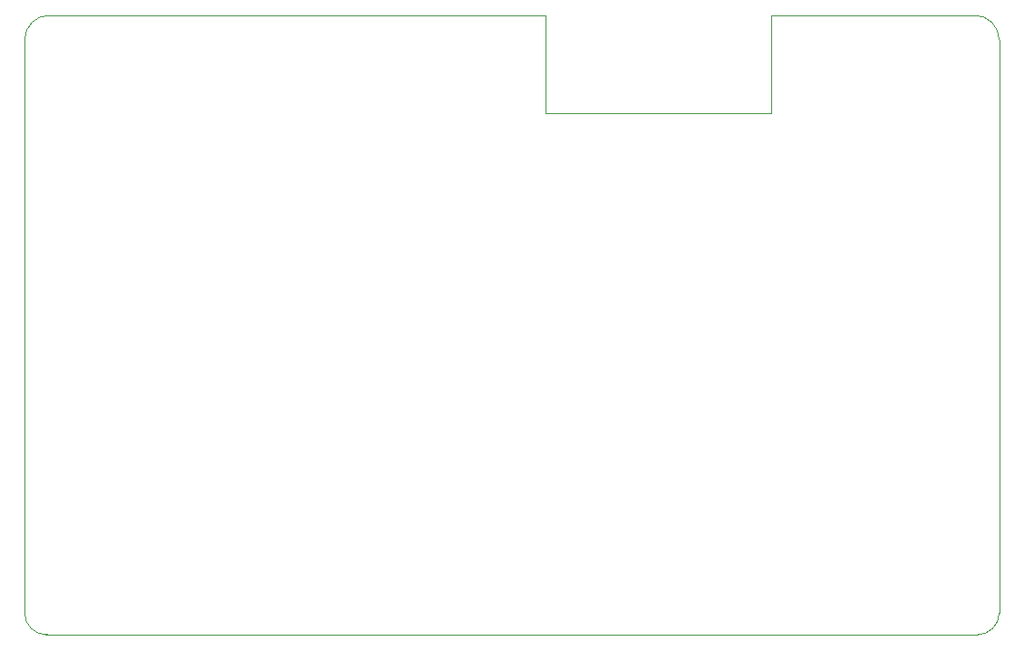
<source format=gbr>
%TF.GenerationSoftware,KiCad,Pcbnew,(6.0.10)*%
%TF.CreationDate,2023-03-03T00:05:23+07:00*%
%TF.ProjectId,wt32_sc01_ext,77743332-5f73-4633-9031-5f6578742e6b,rev?*%
%TF.SameCoordinates,Original*%
%TF.FileFunction,Profile,NP*%
%FSLAX46Y46*%
G04 Gerber Fmt 4.6, Leading zero omitted, Abs format (unit mm)*
G04 Created by KiCad (PCBNEW (6.0.10)) date 2023-03-03 00:05:23*
%MOMM*%
%LPD*%
G01*
G04 APERTURE LIST*
%TA.AperFunction,Profile*%
%ADD10C,0.038100*%
%TD*%
%TA.AperFunction,Profile*%
%ADD11C,0.150000*%
%TD*%
G04 APERTURE END LIST*
D10*
X-5710Y2031620D02*
X-5710Y55625620D01*
X-5680Y2031620D02*
G75*
G03*
X2026290Y-380I2031980J-20D01*
G01*
X69717290Y57911620D02*
X69717290Y48767620D01*
X69717290Y57911620D02*
X88767290Y57911620D01*
X91053290Y2031620D02*
X91053290Y55625620D01*
X91053320Y55625620D02*
G75*
G03*
X88767290Y57911620I-2286020J-20D01*
G01*
X2153290Y-380D02*
X89021290Y-380D01*
X69717290Y48767620D02*
X48635290Y48767620D01*
X48635290Y57911620D02*
X2280290Y57911620D01*
X2280290Y57911610D02*
G75*
G03*
X-5710Y55625620I10J-2286010D01*
G01*
X48635290Y57911620D02*
X48635290Y48767620D01*
X89021290Y-390D02*
G75*
G03*
X91053290Y2031620I10J2031990D01*
G01*
D11*
X2026290Y-380D02*
X2153290Y-380D01*
M02*

</source>
